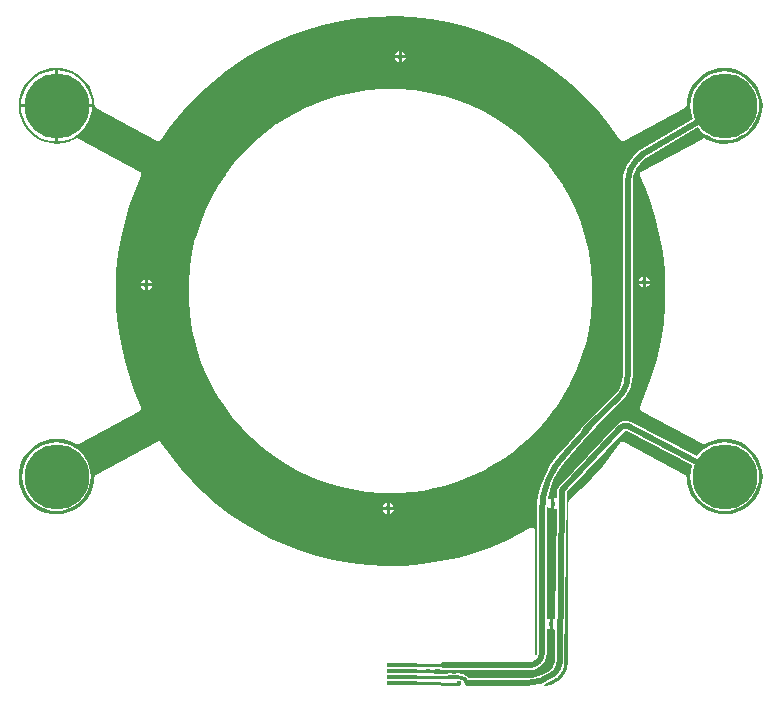
<source format=gbr>
%TF.GenerationSoftware,Altium Limited,Altium Designer,21.8.1 (53)*%
G04 Layer_Physical_Order=1*
G04 Layer_Color=255*
%FSLAX45Y45*%
%MOMM*%
%TF.SameCoordinates,9CAB6441-B9E9-44DD-A1F1-36E89FF17874*%
%TF.FilePolarity,Positive*%
%TF.FileFunction,Copper,L1,Top,Signal*%
%TF.Part,Single*%
G01*
G75*
%TA.AperFunction,Conductor*%
%ADD10C,0.50800*%
%ADD11C,0.30480*%
%TA.AperFunction,SMDPad,CuDef*%
%ADD12R,2.50000X0.30000*%
%TA.AperFunction,Conductor*%
%ADD13C,0.25400*%
%TA.AperFunction,ComponentPad*%
%ADD14C,5.50000*%
%TA.AperFunction,ViaPad*%
%ADD15C,0.45000*%
G36*
X3014760Y3890630D02*
X3166483Y3873405D01*
X3316952Y3846226D01*
X3450637Y3813349D01*
X3582292Y3772571D01*
X3711422Y3724024D01*
X3837556Y3667858D01*
X3960244Y3604252D01*
X4079048Y3533406D01*
X4193534Y3455554D01*
X4303292Y3370947D01*
X4407915Y3279869D01*
X4507018Y3182623D01*
X4600228Y3079542D01*
X4689253Y2968245D01*
X4769947Y2853796D01*
X4772496Y2851372D01*
X4774736Y2848657D01*
X4776128Y2847918D01*
X4777269Y2846833D01*
X4780552Y2845568D01*
X4783660Y2843917D01*
X4785229Y2843767D01*
X4786699Y2843201D01*
X4790215Y2843289D01*
X4793718Y2842953D01*
X4795225Y2843415D01*
X4796800Y2843454D01*
X4800016Y2844882D01*
X4803380Y2845912D01*
X5321970Y3124852D01*
X5324056Y3126573D01*
X5326422Y3127882D01*
X5327915Y3129757D01*
X5329765Y3131283D01*
X5331034Y3133672D01*
X5332718Y3135786D01*
X5333380Y3138089D01*
X5334505Y3140207D01*
X5334763Y3142899D01*
X5335510Y3145497D01*
X5338891Y3185848D01*
X5347224Y3225388D01*
X5366044Y3276141D01*
X5393185Y3323130D01*
X5428203Y3365241D01*
X5465529Y3397622D01*
X5507754Y3424074D01*
X5553807Y3443746D01*
X5605856Y3456598D01*
X5656667Y3460635D01*
X5698616Y3457868D01*
X5741798Y3449082D01*
X5792550Y3430338D01*
X5839610Y3403230D01*
X5881791Y3368227D01*
X5914233Y3330901D01*
X5940738Y3288665D01*
X5960456Y3242590D01*
X5973366Y3190393D01*
X5977412Y3139539D01*
X5974644Y3097589D01*
X5965858Y3054406D01*
X5947114Y3003652D01*
X5920007Y2956594D01*
X5885006Y2914414D01*
X5847681Y2881973D01*
X5805445Y2855468D01*
X5759371Y2835749D01*
X5707176Y2822841D01*
X5656157Y2818783D01*
X5622423Y2820579D01*
X5588812Y2826001D01*
X5540263Y2840598D01*
X5493542Y2863071D01*
X5491549Y2863584D01*
X5489730Y2864546D01*
X5486701Y2864832D01*
X5483756Y2865590D01*
X5481720Y2865302D01*
X5479670Y2865495D01*
X5476762Y2864600D01*
X5473751Y2864173D01*
X5471979Y2863127D01*
X5470013Y2862521D01*
X4951251Y2582441D01*
X4948188Y2579906D01*
X4944922Y2577639D01*
X4944322Y2576706D01*
X4943467Y2575998D01*
X4941607Y2572484D01*
X4939457Y2569140D01*
X4939260Y2568048D01*
X4938740Y2567066D01*
X4938367Y2563108D01*
X4937661Y2559196D01*
X4937896Y2558111D01*
X4937792Y2557006D01*
X4938962Y2553207D01*
X4939806Y2549322D01*
X4983362Y2449196D01*
X5022526Y2346167D01*
X5068334Y2201679D01*
X5104657Y2054454D01*
X5131338Y1905013D01*
X5148232Y1753984D01*
X5155235Y1602006D01*
X5152284Y1449730D01*
X5139360Y1297808D01*
X5116532Y1147142D01*
X5083785Y997872D01*
X5043093Y856566D01*
X4994770Y721196D01*
X4939342Y591510D01*
X4938540Y587698D01*
X4937394Y583978D01*
X4937506Y582790D01*
X4937260Y581622D01*
X4937977Y577794D01*
X4938342Y573918D01*
X4938900Y572863D01*
X4939120Y571690D01*
X4941247Y568428D01*
X4943068Y564987D01*
X4943988Y564226D01*
X4944640Y563226D01*
X4947852Y561027D01*
X4950852Y558543D01*
X5470012Y278240D01*
X5472368Y277515D01*
X5474531Y276328D01*
X5477151Y276042D01*
X5479670Y275266D01*
X5482125Y275498D01*
X5484576Y275229D01*
X5487106Y275967D01*
X5489730Y276214D01*
X5491910Y277368D01*
X5494277Y278058D01*
X5521515Y292241D01*
X5548922Y303415D01*
X5601864Y317254D01*
X5656751Y321960D01*
X5698622Y319198D01*
X5741803Y310412D01*
X5792557Y291668D01*
X5839613Y264562D01*
X5881796Y229558D01*
X5914235Y192234D01*
X5940740Y149998D01*
X5960458Y103924D01*
X5973366Y51729D01*
X5977412Y872D01*
X5974644Y-41077D01*
X5965858Y-84260D01*
X5947114Y-135014D01*
X5920007Y-182072D01*
X5885004Y-224254D01*
X5847679Y-256695D01*
X5805443Y-283200D01*
X5759368Y-302919D01*
X5707172Y-315829D01*
X5656235Y-319881D01*
X5618388Y-317625D01*
X5579681Y-310547D01*
X5528228Y-293100D01*
X5480357Y-267187D01*
X5437174Y-233213D01*
X5403714Y-196653D01*
X5376084Y-155005D01*
X5355175Y-109336D01*
X5340892Y-57012D01*
X5335464Y-4249D01*
X5334745Y-1915D01*
X5334516Y515D01*
X5333272Y2867D01*
X5332489Y5408D01*
X5330932Y7289D01*
X5329790Y9447D01*
X5327741Y11143D01*
X5326045Y13191D01*
X5323887Y14333D01*
X5322006Y15890D01*
X4803403Y295888D01*
X4800294Y296845D01*
X4797351Y298231D01*
X4795508Y298318D01*
X4793746Y298861D01*
X4790507Y298556D01*
X4787257Y298710D01*
X4785522Y298086D01*
X4783685Y297913D01*
X4780810Y296391D01*
X4777749Y295290D01*
X4776384Y294050D01*
X4774754Y293187D01*
X4772679Y290681D01*
X4770273Y288492D01*
X4624681Y91510D01*
X4533932Y-12277D01*
X4439532Y-108260D01*
X4341944Y-196763D01*
X4341562Y-197278D01*
X4341029Y-197634D01*
X4338567Y-201319D01*
X4335927Y-204881D01*
X4335772Y-205503D01*
X4335416Y-206036D01*
X4334551Y-210384D01*
X4333475Y-214684D01*
X4333569Y-215318D01*
X4333444Y-215946D01*
Y-659929D01*
X4333439Y-1515944D01*
X4333437Y-1549425D01*
X4332612Y-1568883D01*
X4330108Y-1588282D01*
X4325782Y-1607921D01*
X4319541Y-1627557D01*
X4311338Y-1646922D01*
X4301181Y-1665725D01*
X4289128Y-1683676D01*
X4275299Y-1700496D01*
X4259863Y-1715930D01*
X4243042Y-1729758D01*
X4225088Y-1741810D01*
X4206286Y-1751965D01*
X4186922Y-1760165D01*
X4167284Y-1766404D01*
X4147642Y-1770731D01*
X4133576Y-1772544D01*
X4130694Y-1760111D01*
X4138241Y-1757549D01*
X4188355Y-1732835D01*
X4232317Y-1703461D01*
X4234816Y-1701792D01*
X4242074Y-1695426D01*
X4245666Y-1692745D01*
X4246412Y-1691630D01*
X4249695Y-1688935D01*
X4271238Y-1662684D01*
X4287247Y-1632735D01*
X4297105Y-1600237D01*
X4299219Y-1578776D01*
X4300197Y-1574215D01*
X4321692Y-131672D01*
X4809274Y387709D01*
X4821281Y390353D01*
X4832740Y384860D01*
X5382343Y97558D01*
X5379612Y90966D01*
X5368947Y46544D01*
X5365363Y1000D01*
X5368947Y-44544D01*
X5379612Y-88966D01*
X5397095Y-131173D01*
X5420965Y-170126D01*
X5450635Y-204865D01*
X5485374Y-234535D01*
X5524327Y-258405D01*
X5566534Y-275888D01*
X5610956Y-286553D01*
X5656500Y-290137D01*
X5702044Y-286553D01*
X5746466Y-275888D01*
X5788673Y-258405D01*
X5827626Y-234535D01*
X5862365Y-204865D01*
X5892035Y-170126D01*
X5915905Y-131173D01*
X5933388Y-88966D01*
X5944053Y-44544D01*
X5947637Y1000D01*
X5944053Y46544D01*
X5933388Y90966D01*
X5915905Y133173D01*
X5892035Y172126D01*
X5862365Y206865D01*
X5827626Y236535D01*
X5788673Y260405D01*
X5746466Y277888D01*
X5702044Y288553D01*
X5656500Y292137D01*
X5610956Y288553D01*
X5566534Y277888D01*
X5524327Y260405D01*
X5485374Y236535D01*
X5450635Y206865D01*
X5420965Y172126D01*
X5420387Y171183D01*
X4859896Y464176D01*
X4859832Y464195D01*
X4859779Y464238D01*
X4859670Y464294D01*
X4855721Y465439D01*
X4841037Y471521D01*
X4817166Y474664D01*
X4793295Y471521D01*
X4771052Y462307D01*
X4751950Y447650D01*
X4751020Y446439D01*
X4750210Y445872D01*
X4750199Y445860D01*
X4750087Y445684D01*
X4749919Y445564D01*
X4250289Y-86650D01*
X4246512Y-92708D01*
X4242458Y-98585D01*
X4242253Y-99541D01*
X4241736Y-100370D01*
X4240565Y-107413D01*
X4239067Y-114393D01*
X4238124Y-177738D01*
X4225322Y-184459D01*
X4221964Y-182215D01*
X4215974Y-181024D01*
Y-227336D01*
Y-273648D01*
X4221964Y-272456D01*
X4225501Y-270093D01*
X4236657Y-276163D01*
X4222921Y-1197957D01*
X4211677Y-1203860D01*
X4207976Y-1201387D01*
X4201987Y-1200196D01*
Y-1246508D01*
Y-1292820D01*
X4207976Y-1291629D01*
X4210303Y-1290074D01*
X4221458Y-1296144D01*
X4217360Y-1571168D01*
X4217180Y-1571336D01*
X4217180D01*
X4217180Y-1571336D01*
X4214737Y-1589896D01*
X4205683Y-1611753D01*
X4197986Y-1621784D01*
X4190204Y-1630900D01*
Y-1630900D01*
X4177420Y-1641818D01*
X4131292Y-1670086D01*
X4081309Y-1690789D01*
X4028703Y-1703419D01*
X3976893Y-1707496D01*
X3974770Y-1707074D01*
X3490734D01*
X3490315Y-1707157D01*
X3486465Y-1707664D01*
X3483703Y-1701410D01*
X3480745Y-1697196D01*
X3478048Y-1692817D01*
X3477280Y-1692262D01*
X3476735Y-1691486D01*
X3472393Y-1688728D01*
X3468222Y-1685712D01*
X3439926Y-1672744D01*
X3436617Y-1671957D01*
X3426692Y-1667846D01*
X3404905Y-1664978D01*
X3402707Y-1665267D01*
X3401998Y-1665151D01*
X3352770Y-1666855D01*
X3347157Y-1663104D01*
X3332431Y-1660175D01*
X3317706Y-1663104D01*
X3307136Y-1670167D01*
X3200743D01*
X3193034Y-1659990D01*
X3144308D01*
Y-1634590D01*
X3193763D01*
X3201196Y-1625093D01*
X3244611D01*
X3245822Y-1626904D01*
X3259265Y-1635886D01*
X3275122Y-1639040D01*
X3277286Y-1638610D01*
X4000329D01*
X4005250Y-1637631D01*
X4031023Y-1635092D01*
X4060184Y-1626246D01*
X4087060Y-1611881D01*
X4110249Y-1592850D01*
X4110650Y-1592582D01*
X4110918Y-1592850D01*
X4132746Y-1564404D01*
X4146467Y-1531277D01*
X4151147Y-1495728D01*
X4150769D01*
Y-1293654D01*
X4163469Y-1286866D01*
X4170597Y-1291629D01*
X4176587Y-1292820D01*
Y-1246508D01*
Y-1200196D01*
X4170597Y-1201387D01*
X4163469Y-1206150D01*
X4150769Y-1199362D01*
Y-294898D01*
X4150333Y-292707D01*
X4152173Y-259935D01*
X4165091Y-256409D01*
X4168740Y-261869D01*
X4184585Y-272456D01*
X4190574Y-273648D01*
Y-227336D01*
Y-181024D01*
X4184585Y-182215D01*
X4172510Y-190283D01*
X4160759Y-183628D01*
X4166661Y-148886D01*
X4187032Y-78178D01*
X4215192Y-10195D01*
X4250786Y54208D01*
X4293367Y114220D01*
X4333804Y159470D01*
X4342618Y168521D01*
X4344363Y170373D01*
X4351026Y177914D01*
X4511975Y360085D01*
X4568050Y423553D01*
X4791905Y647408D01*
X4791986Y647327D01*
X4822106Y682592D01*
X4846338Y722136D01*
X4861626Y759043D01*
X4862141Y759815D01*
X4862322Y760725D01*
X4864086Y764983D01*
X4874912Y810079D01*
X4878551Y856313D01*
X4878436D01*
Y2501298D01*
X4878067Y2503155D01*
X4881979Y2542875D01*
X4894106Y2582854D01*
X4913800Y2619699D01*
X4939120Y2650551D01*
X4940695Y2651603D01*
X4989101Y2700009D01*
X5429576Y2958491D01*
X5450635Y2933835D01*
X5485374Y2904165D01*
X5524327Y2880295D01*
X5566534Y2862812D01*
X5610956Y2852147D01*
X5656500Y2848563D01*
X5702044Y2852147D01*
X5746466Y2862812D01*
X5788673Y2880295D01*
X5827626Y2904165D01*
X5862365Y2933835D01*
X5892035Y2968574D01*
X5915905Y3007527D01*
X5933388Y3049734D01*
X5944053Y3094156D01*
X5947637Y3139700D01*
X5944053Y3185244D01*
X5933388Y3229666D01*
X5915905Y3271874D01*
X5892035Y3310826D01*
X5862365Y3345565D01*
X5827626Y3375235D01*
X5788673Y3399105D01*
X5746466Y3416588D01*
X5702044Y3427253D01*
X5656500Y3430837D01*
X5610956Y3427253D01*
X5566534Y3416588D01*
X5524327Y3399105D01*
X5485374Y3375235D01*
X5450635Y3345565D01*
X5420965Y3310826D01*
X5397095Y3271874D01*
X5379612Y3229666D01*
X5368947Y3185244D01*
X5365363Y3139700D01*
X5368947Y3094156D01*
X5379612Y3049734D01*
X5387767Y3030045D01*
X4942581Y2768798D01*
X4938640Y2765292D01*
X4934253Y2762361D01*
X4882095Y2710203D01*
X4882014Y2710284D01*
X4851894Y2675018D01*
X4827662Y2635475D01*
X4809914Y2592628D01*
X4799088Y2547532D01*
X4795449Y2501298D01*
X4795564D01*
Y856313D01*
X4795933Y854455D01*
X4792021Y814736D01*
X4779894Y774757D01*
X4760200Y737912D01*
X4734880Y707060D01*
X4733305Y706008D01*
X4508545Y481248D01*
X4447638Y420341D01*
X4438656Y406898D01*
X4437466Y400916D01*
X4284123Y227356D01*
X4283750Y227344D01*
X4283751D01*
X4228725Y165770D01*
X4180778Y98196D01*
X4140699Y25679D01*
X4108992Y-50870D01*
X4086055Y-130488D01*
X4072175Y-212173D01*
X4067530Y-294898D01*
X4067896D01*
X4067896Y-294899D01*
Y-1495728D01*
X4068185Y-1497178D01*
X4065788Y-1509228D01*
X4061694Y-1512042D01*
X4048994Y-1505360D01*
Y-659929D01*
Y-456268D01*
X4048694Y-454763D01*
X4048815Y-453234D01*
X4047717Y-449848D01*
X4047022Y-446357D01*
X4046170Y-445082D01*
X4045697Y-443622D01*
X4043386Y-440915D01*
X4041408Y-437955D01*
X4040133Y-437103D01*
X4039137Y-435936D01*
X4035967Y-434319D01*
X4033007Y-432342D01*
X4031501Y-432042D01*
X4030135Y-431345D01*
X4026588Y-431065D01*
X4023096Y-430370D01*
X4021591Y-430669D01*
X4020062Y-430549D01*
X4016676Y-431647D01*
X4013186Y-432342D01*
X4011910Y-433194D01*
X4010450Y-433667D01*
X3918658Y-485028D01*
X3823698Y-532645D01*
X3684758Y-592938D01*
X3542152Y-644083D01*
X3396348Y-685884D01*
X3247966Y-718128D01*
X3097632Y-740646D01*
X2945986Y-753311D01*
X2793663Y-756035D01*
X2641333Y-748774D01*
X2489638Y-731527D01*
X2339199Y-704329D01*
X2205545Y-671439D01*
X2073909Y-630649D01*
X1944807Y-582093D01*
X1818702Y-525922D01*
X1696040Y-462313D01*
X1577260Y-391466D01*
X1462798Y-313616D01*
X1353069Y-229017D01*
X1248469Y-137946D01*
X1149389Y-40710D01*
X1056199Y62359D01*
X967227Y173597D01*
X886547Y288027D01*
X883983Y290466D01*
X881726Y293192D01*
X880352Y293919D01*
X879225Y294991D01*
X875923Y296263D01*
X872795Y297918D01*
X871247Y298064D01*
X869796Y298623D01*
X866258Y298534D01*
X862735Y298866D01*
X861249Y298408D01*
X859694Y298369D01*
X856460Y296934D01*
X853078Y295892D01*
X334487Y15889D01*
X332422Y14180D01*
X330076Y12883D01*
X328567Y10989D01*
X326702Y9446D01*
X325449Y7077D01*
X323778Y4981D01*
X323109Y2654D01*
X321977Y515D01*
X321725Y-2153D01*
X320984Y-4730D01*
X317580Y-45230D01*
X309174Y-84967D01*
X290315Y-135665D01*
X263149Y-182599D01*
X228118Y-224654D01*
X190790Y-256990D01*
X148575Y-283398D01*
X102539Y-303035D01*
X50600Y-315843D01*
X-173Y-319875D01*
X-42124Y-317107D01*
X-85306Y-308321D01*
X-136059Y-289576D01*
X-183117Y-262470D01*
X-225299Y-227466D01*
X-257739Y-190141D01*
X-284245Y-147903D01*
X-303964Y-101830D01*
X-316873Y-49634D01*
X-320919Y1222D01*
X-318152Y43173D01*
X-309366Y86355D01*
X-290622Y137109D01*
X-263516Y184166D01*
X-228512Y226348D01*
X-191190Y258786D01*
X-148952Y285293D01*
X-102879Y305011D01*
X-50684Y317920D01*
X339Y321978D01*
X33922Y320198D01*
X67287Y314844D01*
X116143Y300196D01*
X162955Y277688D01*
X164946Y277175D01*
X166764Y276214D01*
X169794Y275928D01*
X172741Y275170D01*
X174777Y275459D01*
X176824Y275266D01*
X179732Y276161D01*
X182745Y276588D01*
X184516Y277635D01*
X186481Y278240D01*
X705628Y558554D01*
X708651Y561056D01*
X711881Y563278D01*
X712515Y564254D01*
X713412Y564997D01*
X715247Y568464D01*
X717382Y571754D01*
X717593Y572899D01*
X718138Y573928D01*
X718506Y577833D01*
X719219Y581690D01*
X718977Y582829D01*
X719086Y583989D01*
X717932Y587736D01*
X717115Y591573D01*
X665584Y711389D01*
X620481Y834944D01*
X577162Y980581D01*
X543418Y1128838D01*
X519404Y1279148D01*
X505259Y1430874D01*
X501074Y1583364D01*
X506901Y1735965D01*
X522750Y1888059D01*
X545536Y2023837D01*
X576354Y2158188D01*
X615110Y2290592D01*
X662120Y2421684D01*
X716745Y2549476D01*
X717548Y2553288D01*
X718694Y2557009D01*
X718582Y2558196D01*
X718828Y2559364D01*
X718111Y2563192D01*
X717746Y2567069D01*
X717188Y2568123D01*
X716968Y2569296D01*
X714841Y2572558D01*
X713019Y2576000D01*
X712101Y2576761D01*
X711449Y2577760D01*
X708235Y2579961D01*
X705235Y2582443D01*
X186480Y2862521D01*
X184123Y2863246D01*
X181961Y2864432D01*
X179341Y2864719D01*
X176823Y2865494D01*
X174368Y2865263D01*
X171916Y2865531D01*
X169386Y2864793D01*
X166762Y2864546D01*
X164582Y2863392D01*
X162215Y2862702D01*
X135006Y2848534D01*
X107651Y2837374D01*
X54649Y2823510D01*
X-260Y2818801D01*
X-42129Y2821563D01*
X-85311Y2830348D01*
X-136064Y2849093D01*
X-183122Y2876199D01*
X-225302Y2911201D01*
X-257742Y2948526D01*
X-284247Y2990763D01*
X-303966Y3036837D01*
X-316875Y3089033D01*
X-320920Y3139888D01*
X-318152Y3181838D01*
X-309366Y3225020D01*
X-290621Y3275775D01*
X-263514Y3322832D01*
X-228511Y3365015D01*
X-191187Y3397455D01*
X-148949Y3423961D01*
X-102875Y3443680D01*
X-50680Y3456589D01*
X257Y3460641D01*
X38133Y3458382D01*
X76877Y3451292D01*
X128318Y3433837D01*
X176180Y3407919D01*
X219352Y3373942D01*
X252804Y3337381D01*
X280426Y3295735D01*
X301328Y3250068D01*
X315602Y3197767D01*
X321028Y3145010D01*
X321747Y3142676D01*
X321976Y3140245D01*
X323220Y3137895D01*
X324003Y3135353D01*
X325560Y3133472D01*
X326702Y3131314D01*
X328752Y3129618D01*
X330447Y3127570D01*
X332605Y3126428D01*
X334487Y3124871D01*
X852564Y2845167D01*
X855994Y2844110D01*
X859284Y2842666D01*
X860786Y2842635D01*
X862221Y2842193D01*
X865796Y2842530D01*
X869386Y2842455D01*
X870786Y2843000D01*
X872281Y2843141D01*
X875456Y2844821D01*
X878801Y2846125D01*
X879884Y2847164D01*
X881213Y2847867D01*
X883503Y2850634D01*
X886094Y2853119D01*
X956273Y2953533D01*
X1030815Y3049140D01*
X1121730Y3153224D01*
X1218720Y3251785D01*
X1321485Y3344489D01*
X1431389Y3432280D01*
X1544839Y3512248D01*
X1619828Y3559795D01*
X1697737Y3605086D01*
X1832353Y3674263D01*
X1971188Y3734552D01*
X2113810Y3785740D01*
X2259628Y3827582D01*
X2408027Y3859863D01*
X2558381Y3882416D01*
X2710059Y3895113D01*
X2862398Y3897865D01*
X3014760Y3890630D01*
D02*
G37*
%LPC*%
G36*
X2921486Y3602304D02*
Y3568692D01*
X2955098D01*
X2953907Y3574681D01*
X2943320Y3590526D01*
X2927476Y3601113D01*
X2921486Y3602304D01*
D02*
G37*
G36*
X2896086D02*
X2890097Y3601113D01*
X2874252Y3590526D01*
X2863665Y3574681D01*
X2862474Y3568692D01*
X2896086D01*
Y3602304D01*
D02*
G37*
G36*
X2955098Y3543292D02*
X2921486D01*
Y3509680D01*
X2927476Y3510871D01*
X2943320Y3521458D01*
X2953907Y3537302D01*
X2955098Y3543292D01*
D02*
G37*
G36*
X2896086D02*
X2862474D01*
X2863665Y3537302D01*
X2874252Y3521458D01*
X2890097Y3510871D01*
X2896086Y3509680D01*
Y3543292D01*
D02*
G37*
G36*
X2764527Y3280716D02*
X2763532Y3280519D01*
X2762526Y3280640D01*
X2632725Y3270695D01*
X2631751Y3270422D01*
X2630739Y3270466D01*
X2502287Y3250568D01*
X2501338Y3250222D01*
X2500328Y3250187D01*
X2373984Y3220501D01*
X2373065Y3220083D01*
X2372063Y3219970D01*
X2248566Y3180716D01*
X2247684Y3180229D01*
X2246694Y3180041D01*
X2126765Y3131497D01*
X2125925Y3130945D01*
X2124953Y3130682D01*
X2009283Y3073178D01*
X2008623Y3072668D01*
X2007833Y3072399D01*
X1934245Y3029782D01*
X1933752Y3029349D01*
X1933141Y3029106D01*
X1863134Y2983747D01*
X1862568Y2983196D01*
X1861853Y2982861D01*
X1765721Y2912016D01*
X1765087Y2911320D01*
X1764265Y2910859D01*
X1671001Y2831190D01*
X1670419Y2830451D01*
X1669633Y2829934D01*
X1584874Y2746305D01*
X1584354Y2745538D01*
X1583619Y2744975D01*
X1505081Y2655696D01*
X1504616Y2654895D01*
X1503924Y2654283D01*
X1431969Y2559817D01*
X1431563Y2558988D01*
X1430916Y2558329D01*
X1365872Y2459162D01*
X1365526Y2458307D01*
X1364927Y2457605D01*
X1307091Y2354246D01*
X1306806Y2353369D01*
X1306259Y2352628D01*
X1255883Y2245600D01*
X1255661Y2244707D01*
X1255168Y2243930D01*
X1212474Y2133770D01*
X1212315Y2132865D01*
X1211878Y2132057D01*
X1177046Y2019318D01*
X1176951Y2018405D01*
X1176572Y2017568D01*
X1149742Y1902811D01*
X1149710Y1901844D01*
X1149376Y1900936D01*
X1129075Y1771751D01*
X1129116Y1770735D01*
X1128841Y1769756D01*
X1118625Y1639583D01*
X1118745Y1638575D01*
X1118546Y1637579D01*
X1118433Y1507201D01*
X1118630Y1506207D01*
X1118509Y1505201D01*
X1128453Y1375400D01*
X1128726Y1374425D01*
X1128683Y1373414D01*
X1148581Y1244962D01*
X1148928Y1244012D01*
X1148962Y1243002D01*
X1178649Y1116658D01*
X1179067Y1115739D01*
X1179179Y1114737D01*
X1218433Y991240D01*
X1218920Y990358D01*
X1219108Y989368D01*
X1267653Y869439D01*
X1268205Y868598D01*
X1268468Y867627D01*
X1325971Y751958D01*
X1326481Y751298D01*
X1326750Y750508D01*
X1369367Y676919D01*
X1369801Y676425D01*
X1370043Y675815D01*
X1415402Y605809D01*
X1415952Y605242D01*
X1416288Y604527D01*
X1487134Y508395D01*
X1487830Y507760D01*
X1488291Y506939D01*
X1567959Y413676D01*
X1568698Y413094D01*
X1569216Y412308D01*
X1652845Y327549D01*
X1653612Y327029D01*
X1654174Y326294D01*
X1743453Y247755D01*
X1744254Y247291D01*
X1744866Y246598D01*
X1839332Y174643D01*
X1840162Y174237D01*
X1840821Y173590D01*
X1939986Y108547D01*
X1940842Y108201D01*
X1941544Y107602D01*
X2044903Y49765D01*
X2045780Y49480D01*
X2046521Y48933D01*
X2153550Y-1443D01*
X2154443Y-1665D01*
X2155220Y-2158D01*
X2265379Y-44852D01*
X2266285Y-45010D01*
X2267093Y-45447D01*
X2379831Y-80279D01*
X2380744Y-80374D01*
X2381580Y-80754D01*
X2496338Y-107583D01*
X2497305Y-107615D01*
X2498213Y-107949D01*
X2627399Y-128251D01*
X2628414Y-128210D01*
X2629393Y-128486D01*
X2759567Y-138701D01*
X2760575Y-138581D01*
X2761570Y-138780D01*
X2891948Y-138893D01*
X2892942Y-138696D01*
X2893948Y-138817D01*
X3023749Y-128872D01*
X3024724Y-128599D01*
X3025735Y-128643D01*
X3154187Y-108745D01*
X3155136Y-108399D01*
X3156147Y-108364D01*
X3282492Y-78677D01*
X3283410Y-78259D01*
X3284413Y-78147D01*
X3407909Y-38892D01*
X3408791Y-38406D01*
X3409781Y-38217D01*
X3529710Y10327D01*
X3530551Y10879D01*
X3531522Y11142D01*
X3647192Y68645D01*
X3647852Y69155D01*
X3648642Y69425D01*
X3722230Y112041D01*
X3722723Y112475D01*
X3723334Y112718D01*
X3793340Y158076D01*
X3793907Y158627D01*
X3794622Y158963D01*
X3890753Y229808D01*
X3891388Y230504D01*
X3892210Y230965D01*
X3985473Y310633D01*
X3986055Y311372D01*
X3986841Y311890D01*
X4071600Y395519D01*
X4072120Y396286D01*
X4072855Y396848D01*
X4151394Y486128D01*
X4151858Y486929D01*
X4152551Y487541D01*
X4224506Y582006D01*
X4224912Y582836D01*
X4225560Y583495D01*
X4290602Y682661D01*
X4290948Y683516D01*
X4291547Y684218D01*
X4349385Y787578D01*
X4349669Y788454D01*
X4350217Y789196D01*
X4400591Y896224D01*
X4400813Y897117D01*
X4401306Y897894D01*
X4444001Y1008053D01*
X4444160Y1008959D01*
X4444597Y1009767D01*
X4479429Y1122506D01*
X4479523Y1123419D01*
X4479903Y1124255D01*
X4506732Y1239013D01*
X4506764Y1239979D01*
X4507098Y1240888D01*
X4527400Y1370073D01*
X4527359Y1371088D01*
X4527635Y1372067D01*
X4537849Y1502241D01*
X4537730Y1503249D01*
X4537929Y1504244D01*
X4538041Y1634622D01*
X4537845Y1635616D01*
X4537966Y1636623D01*
X4528021Y1766424D01*
X4527748Y1767399D01*
X4527792Y1768410D01*
X4507894Y1896862D01*
X4507548Y1897811D01*
X4507513Y1898821D01*
X4477826Y2025166D01*
X4477409Y2026084D01*
X4477296Y2027087D01*
X4438042Y2150583D01*
X4437555Y2151466D01*
X4437367Y2152455D01*
X4388822Y2272384D01*
X4388270Y2273225D01*
X4388007Y2274196D01*
X4330504Y2389866D01*
X4329994Y2390527D01*
X4329725Y2391316D01*
X4287108Y2464905D01*
X4286674Y2465398D01*
X4286431Y2466009D01*
X4241073Y2536014D01*
X4240522Y2536581D01*
X4240187Y2537296D01*
X4169342Y2633427D01*
X4168646Y2634062D01*
X4168185Y2634884D01*
X4088516Y2728147D01*
X4087777Y2728730D01*
X4087259Y2729515D01*
X4003630Y2814275D01*
X4002863Y2814794D01*
X4002301Y2815530D01*
X3913022Y2894068D01*
X3912221Y2894532D01*
X3911609Y2895225D01*
X3817143Y2967181D01*
X3816313Y2967586D01*
X3815654Y2968234D01*
X3716488Y3033277D01*
X3715633Y3033622D01*
X3714931Y3034222D01*
X3611572Y3092059D01*
X3610696Y3092343D01*
X3609954Y3092891D01*
X3502925Y3143266D01*
X3502032Y3143488D01*
X3501255Y3143981D01*
X3391096Y3186675D01*
X3390190Y3186834D01*
X3389382Y3187271D01*
X3276644Y3222103D01*
X3275731Y3222198D01*
X3274894Y3222577D01*
X3160137Y3249406D01*
X3159170Y3249439D01*
X3158262Y3249772D01*
X3029077Y3270074D01*
X3028060Y3270033D01*
X3027082Y3270308D01*
X2896908Y3280524D01*
X2895900Y3280404D01*
X2894905Y3280603D01*
X2764527Y3280716D01*
D02*
G37*
G36*
X12700Y3440029D02*
Y3152400D01*
X300329D01*
X297619Y3186838D01*
X286581Y3232816D01*
X268486Y3276500D01*
X243780Y3316817D01*
X213072Y3352772D01*
X177117Y3383480D01*
X136800Y3408186D01*
X93116Y3426281D01*
X47138Y3437319D01*
X12700Y3440029D01*
D02*
G37*
G36*
X-12700D02*
X-47138Y3437319D01*
X-93116Y3426281D01*
X-136800Y3408186D01*
X-177117Y3383480D01*
X-213072Y3352772D01*
X-243780Y3316817D01*
X-268486Y3276500D01*
X-286581Y3232816D01*
X-297619Y3186838D01*
X-300329Y3152400D01*
X-12700D01*
Y3440029D01*
D02*
G37*
G36*
X300329Y3127000D02*
X12700D01*
Y2839371D01*
X47138Y2842081D01*
X93116Y2853119D01*
X136800Y2871214D01*
X177117Y2895920D01*
X213072Y2926628D01*
X243780Y2962583D01*
X268486Y3002900D01*
X286581Y3046584D01*
X297619Y3092562D01*
X300329Y3127000D01*
D02*
G37*
G36*
X-12700D02*
X-300329D01*
X-297619Y3092562D01*
X-286581Y3046584D01*
X-268486Y3002900D01*
X-243780Y2962583D01*
X-213072Y2926628D01*
X-177117Y2895920D01*
X-136800Y2871214D01*
X-93116Y2853119D01*
X-47138Y2842081D01*
X-12700Y2839371D01*
Y3127000D01*
D02*
G37*
G36*
X4988660Y1694261D02*
Y1660649D01*
X5022272D01*
X5021081Y1666639D01*
X5010494Y1682483D01*
X4994650Y1693070D01*
X4988660Y1694261D01*
D02*
G37*
G36*
X4963260D02*
X4957271Y1693070D01*
X4941426Y1682483D01*
X4930839Y1666639D01*
X4929648Y1660649D01*
X4963260D01*
Y1694261D01*
D02*
G37*
G36*
X774361Y1669890D02*
Y1636278D01*
X807973D01*
X806781Y1642267D01*
X796194Y1658111D01*
X780350Y1668698D01*
X774361Y1669890D01*
D02*
G37*
G36*
X748961D02*
X742971Y1668698D01*
X727127Y1658111D01*
X716540Y1642267D01*
X715349Y1636278D01*
X748961D01*
Y1669890D01*
D02*
G37*
G36*
X5022272Y1635249D02*
X4988660D01*
Y1601637D01*
X4994650Y1602828D01*
X5010494Y1613415D01*
X5021081Y1629259D01*
X5022272Y1635249D01*
D02*
G37*
G36*
X4963260D02*
X4929648D01*
X4930839Y1629259D01*
X4941426Y1613415D01*
X4957271Y1602828D01*
X4963260Y1601637D01*
Y1635249D01*
D02*
G37*
G36*
X807973Y1610878D02*
X774361D01*
Y1577266D01*
X780350Y1578457D01*
X796194Y1589044D01*
X806781Y1604888D01*
X807973Y1610878D01*
D02*
G37*
G36*
X748961D02*
X715349D01*
X716540Y1604888D01*
X727127Y1589044D01*
X742971Y1578457D01*
X748961Y1577266D01*
Y1610878D01*
D02*
G37*
G36*
X2819693Y-222555D02*
Y-256167D01*
X2853305D01*
X2852113Y-250177D01*
X2841526Y-234333D01*
X2825682Y-223746D01*
X2819693Y-222555D01*
D02*
G37*
G36*
X2794293D02*
X2788303Y-223746D01*
X2772459Y-234333D01*
X2761872Y-250177D01*
X2760681Y-256167D01*
X2794293D01*
Y-222555D01*
D02*
G37*
G36*
X0Y292137D02*
X-45544Y288553D01*
X-89966Y277888D01*
X-132173Y260405D01*
X-171126Y236535D01*
X-205865Y206865D01*
X-235535Y172126D01*
X-259405Y133173D01*
X-276888Y90966D01*
X-287553Y46544D01*
X-291137Y1000D01*
X-287553Y-44544D01*
X-276888Y-88966D01*
X-259405Y-131173D01*
X-235535Y-170126D01*
X-205865Y-204865D01*
X-171126Y-234535D01*
X-132173Y-258405D01*
X-89966Y-275888D01*
X-45544Y-286553D01*
X0Y-290137D01*
X45544Y-286553D01*
X89966Y-275888D01*
X132173Y-258405D01*
X171126Y-234535D01*
X205865Y-204865D01*
X235535Y-170126D01*
X259405Y-131173D01*
X276888Y-88966D01*
X287553Y-44544D01*
X291137Y1000D01*
X287553Y46544D01*
X276888Y90966D01*
X259405Y133173D01*
X235535Y172126D01*
X205865Y206865D01*
X171126Y236535D01*
X132173Y260405D01*
X89966Y277888D01*
X45544Y288553D01*
X0Y292137D01*
D02*
G37*
G36*
X2853305Y-281567D02*
X2819693D01*
Y-315179D01*
X2825682Y-313988D01*
X2841526Y-303401D01*
X2852113Y-287556D01*
X2853305Y-281567D01*
D02*
G37*
G36*
X2794293D02*
X2760681D01*
X2761872Y-287556D01*
X2772459Y-303401D01*
X2788303Y-313988D01*
X2794293Y-315179D01*
Y-281567D01*
D02*
G37*
%LPD*%
D10*
X4823859Y775672D02*
G03*
X4837000Y856313I-240859J80641D01*
G01*
X4762605Y676708D02*
G03*
X4823859Y775672I-179605J179605D01*
G01*
X4313309Y197807D02*
G03*
X4109332Y-294898I493075J-492706D01*
G01*
X4216366Y-1663446D02*
G03*
X4258765Y-1573598I-89165J97004D01*
G01*
X3974770Y-1748511D02*
G03*
X4216366Y-1663446I-0J385617D01*
G01*
X4081350Y-1563282D02*
G03*
X4109332Y-1495728I-67554J67554D01*
G01*
X4000811Y-1596691D02*
G03*
X4081350Y-1563282I-116J114064D01*
G01*
X4840592Y427511D02*
G03*
X4780140Y417216I-23425J-45077D01*
G01*
X3490734Y-1748510D02*
G03*
X3483623Y-1749033I161J-50800D01*
G01*
X4911395Y2680903D02*
G03*
X4837000Y2501298I179605J-179605D01*
G01*
X4480923Y387520D02*
X4537845Y451948D01*
X4313310Y197808D02*
X4480923Y387520D01*
X4313309Y197807D02*
X4313310Y197808D01*
X4537845Y451948D02*
X4762605Y676708D01*
X4476938Y391041D02*
X4537845Y451948D01*
X4837000Y856313D02*
Y2501298D01*
X4258765Y-1573598D02*
X4280499Y-115011D01*
X4780129Y417204D01*
X3491214Y-1748510D02*
X3974770D01*
X4000329Y-1597174D02*
X4000811Y-1596691D01*
X3275552Y-1597174D02*
X4000329D01*
X4109332Y-1495728D02*
Y-294898D01*
X4780129Y417204D02*
X4780140Y417216D01*
X4840592Y427511D02*
X4840700Y427455D01*
X5656500Y1000D01*
X3490734Y-1748510D02*
X3491214D01*
X3490734D02*
X3490734D01*
X3275122Y-1597604D02*
X3275552Y-1597174D01*
X4911395Y2680903D02*
X4963553Y2733061D01*
X5656500Y3139700D01*
D11*
X3426978Y-1700995D02*
G03*
X3403072Y-1696210I-22073J-48163D01*
G01*
X3455275Y-1713964D02*
X3472860Y-1753786D01*
X3474500Y-1757500D01*
X3332431Y-1698654D02*
X3403072Y-1696210D01*
X3426978Y-1700995D02*
X3455275Y-1713964D01*
D12*
X2926047Y-1746520D02*
D03*
Y-1696520D02*
D03*
Y-1646520D02*
D03*
Y-1596520D02*
D03*
D13*
Y-1696520D02*
X2928182Y-1698654D01*
X3332431D01*
X3038347Y-1648820D02*
Y-1646905D01*
X3143923D02*
X3144308Y-1647290D01*
X3038347Y-1646905D02*
X3143923D01*
X3330316Y-1751953D02*
X3331177Y-1751968D01*
X3170481Y-1746534D02*
X3330316Y-1751953D01*
X3331177Y-1751968D02*
X3402095D01*
X3404905Y-1749158D01*
X3474500Y-1757500D02*
X3491214Y-1748510D01*
X3147106Y-1596605D02*
X3274123D01*
X3275122Y-1597604D01*
X2926133Y-1596605D02*
X3147096D01*
X3147106Y-1596606D01*
X2926048Y-1746519D02*
X3169633D01*
X3169644Y-1746519D01*
X3491214Y-1748510D02*
X3491442Y-1748387D01*
X2926047Y-1646520D02*
X3038347Y-1648820D01*
X2926047Y-1596520D02*
X2926133Y-1596605D01*
D14*
X0Y1000D02*
D03*
Y3139700D02*
D03*
X5656500Y1000D02*
D03*
Y3139700D02*
D03*
D15*
X3144308Y-1647290D02*
D03*
X761661Y1623578D02*
D03*
X2908786Y3555992D02*
D03*
X4975960Y1647949D02*
D03*
X4203274Y-227336D02*
D03*
X4189287Y-1246508D02*
D03*
X3404905Y-1749158D02*
D03*
X3275122Y-1597604D02*
D03*
X3332431Y-1698654D02*
D03*
X2806993Y-268867D02*
D03*
%TF.MD5,d59d8365f6bc24414179697956646394*%
M02*

</source>
